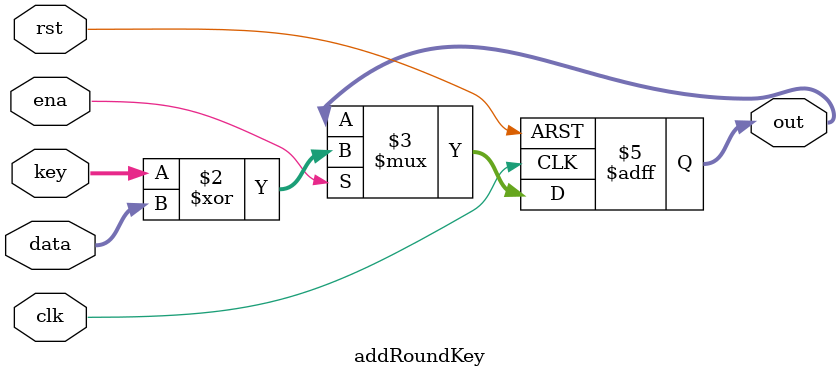
<source format=v>
module addRoundKey #(
						parameter CYPHER_SIZE = 128 //Key length in bits
					)
					(
						input clk,
						input rst,
						input ena,
						input [127:0] data,
						input [CYPHER_SIZE-1:0] key,
						output reg [127:0] out
					);

	always @(posedge clk or posedge rst) 
	begin
		if (rst)
			out <= 0;
		else if (ena)
			out <= key ^ data;
	end

endmodule
</source>
